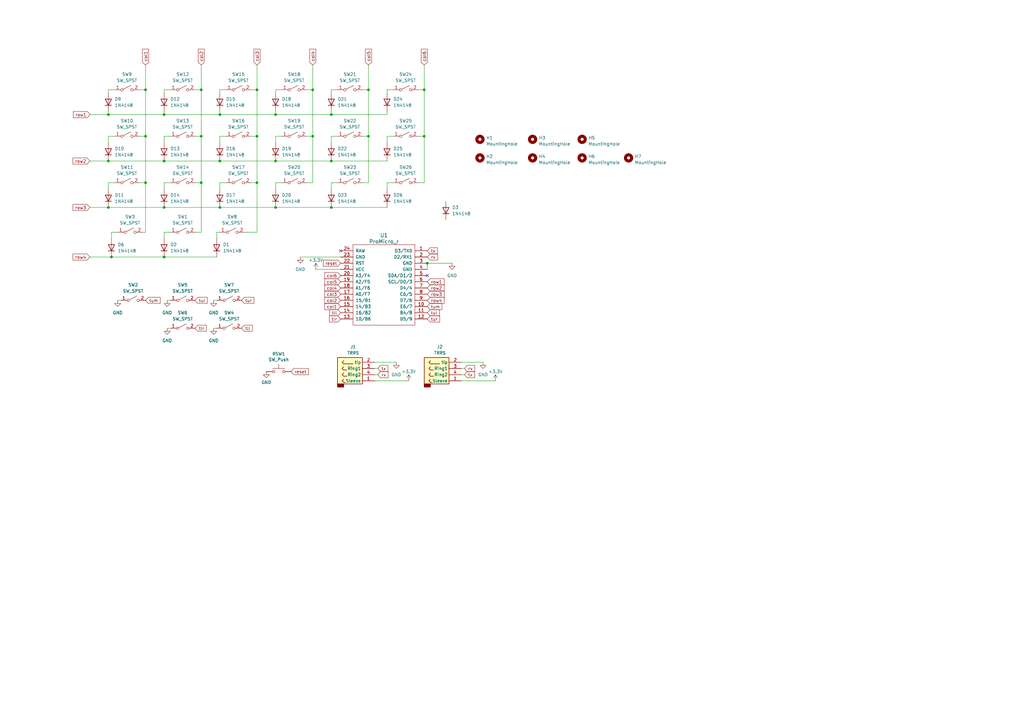
<source format=kicad_sch>
(kicad_sch (version 20230121) (generator eeschema)
  (paper "A3")
  (lib_symbols
    (symbol "Diode:1N4148" (pin_numbers hide) (pin_names hide)
      (property "Reference" "D" (at 0 2.54 0))
      (property "Value" "1N4148" (at 0 -2.54 0))
      (symbol "1N4148_0_1"
        (polyline (pts (xy -1.27 1.27) (xy -1.27 -1.27)) (stroke (width 0.254)))
        (polyline (pts (xy 1.27 0) (xy -1.27 0)))
        (polyline (pts (xy 1.27 1.27) (xy 1.27 -1.27) (xy -1.27 0) (xy 1.27 1.27)) (stroke (width 0.254)))
      )
      (symbol "1N4148_1_1"
        (pin passive line (at -3.81 0 0) (length 2.54) (name "K") (number "1"))
        (pin passive line (at 3.81 0 180) (length 2.54) (name "A") (number "2"))
      )
    )
    (symbol "Mechanical:MountingHole" (pin_names (offset 1.016))
      (property "Reference" "H" (at 0 5.08 0))
      (property "Value" "MountingHole" (at 0 3.175 0))
      (symbol "MountingHole_0_1"
        (circle (center 0 0) (radius 1.27) (stroke (width 1.27)))
      )
    )
    (symbol "Switch:SW_Push" (pin_numbers hide) (pin_names (offset 1.016) hide)
      (property "Reference" "SW" (at 1.27 2.54 0))
      (property "Value" "SW_Push" (at 0 -1.524 0))
      (symbol "SW_Push_0_1"
        (circle (center -2.032 0) (radius 0.508))
        (polyline (pts (xy 0 1.27) (xy 0 3.048)))
        (polyline (pts (xy 2.54 1.27) (xy -2.54 1.27)))
        (circle (center 2.032 0) (radius 0.508))
        (pin passive line (at -5.08 0 0) (length 2.54) (name "1") (number "1"))
        (pin passive line (at 5.08 0 180) (length 2.54) (name "2") (number "2"))
      )
    )
    (symbol "Switch:SW_SPST" (pin_names (offset 0) hide)
      (property "Reference" "SW" (at 0 3.175 0))
      (property "Value" "SW_SPST" (at 0 -2.54 0))
      (symbol "SW_SPST_0_0"
        (circle (center -2.032 0) (radius 0.508))
        (polyline (pts (xy -1.524 0.254) (xy 1.524 1.778)))
        (circle (center 2.032 0) (radius 0.508))
      )
      (symbol "SW_SPST_1_1"
        (pin passive line (at -5.08 0 0) (length 2.54) (name "A") (number "1"))
        (pin passive line (at 5.08 0 180) (length 2.54) (name "B") (number "2"))
      )
    )
    (symbol "hillside:ProMicro_r" (pin_names (offset 1.016))
      (property "Reference" "U" (at 1.27 22.86 0))
      (property "Value" "ProMicro_r" (at 1.27 -15.24 0))
      (symbol "ProMicro_r_0_1"
        (rectangle (start 13.97 20.32) (end -11.43 -12.7))
      )
      (symbol "ProMicro_r_1_1"
        (pin bidirectional line (at 19.05 17.78 180) (length 5.08) (name "D3/TX0") (number "1"))
        (pin bidirectional line (at 19.05 -5.08 180) (length 5.08) (name "E6/7") (number "10"))
        (pin bidirectional line (at 19.05 -7.62 180) (length 5.08) (name "B4/8") (number "11"))
        (pin bidirectional line (at 19.05 -10.16 180) (length 5.08) (name "B5/9") (number "12"))
        (pin bidirectional line (at -16.51 -10.16 0) (length 5.08) (name "10/B6") (number "13"))
        (pin bidirectional line (at -16.51 -7.62 0) (length 5.08) (name "16/B2") (number "14"))
        (pin bidirectional line (at -16.51 -5.08 0) (length 5.08) (name "14/B3") (number "15"))
        (pin bidirectional line (at -16.51 -2.54 0) (length 5.08) (name "15/B1") (number "16"))
        (pin bidirectional line (at -16.51 0 0) (length 5.08) (name "A0/F7") (number "17"))
        (pin bidirectional line (at -16.51 2.54 0) (length 5.08) (name "A1/F6") (number "18"))
        (pin bidirectional line (at -16.51 5.08 0) (length 5.08) (name "A2/F5") (number "19"))
        (pin bidirectional line (at 19.05 15.24 180) (length 5.08) (name "D2/RX1") (number "2"))
        (pin bidirectional line (at -16.51 7.62 0) (length 5.08) (name "A3/F4") (number "20"))
        (pin power_in line (at -16.51 10.16 0) (length 5.08) (name "VCC") (number "21"))
        (pin input line (at -16.51 12.7 0) (length 5.08) (name "RST") (number "22"))
        (pin power_in line (at -16.51 15.24 0) (length 5.08) (name "GND") (number "23"))
        (pin power_out line (at -16.51 17.78 0) (length 5.08) (name "RAW") (number "24"))
        (pin power_in line (at 19.05 12.7 180) (length 5.08) (name "GND") (number "3"))
        (pin power_in line (at 19.05 10.16 180) (length 5.08) (name "GND") (number "4"))
        (pin bidirectional line (at 19.05 7.62 180) (length 5.08) (name "SDA/D1/2") (number "5"))
        (pin bidirectional line (at 19.05 5.08 180) (length 5.08) (name "SCL/D0/3") (number "6"))
        (pin bidirectional line (at 19.05 2.54 180) (length 5.08) (name "D4/4") (number "7"))
        (pin bidirectional line (at 19.05 0 180) (length 5.08) (name "C6/5") (number "8"))
        (pin bidirectional line (at 19.05 -2.54 180) (length 5.08) (name "D7/6") (number "9"))
      )
    )
    (symbol "hillside:TRRS"
      (property "Reference" "J" (at 7.62 5.715 0))
      (property "Value" "TRRS" (at 6.985 -7.62 0))
      (symbol "TRRS_0_1"
        (polyline (pts (xy 6.35 1.905) (xy 10.16 1.905) (xy 10.795 2.54) (xy 10.16 3.175)) (stroke (width 0.254)))
        (polyline (pts (xy 8.89 -0.635) (xy 10.16 -0.635) (xy 10.795 0) (xy 10.16 0.635)) (stroke (width 0.254)))
        (polyline (pts (xy 10.16 -4.445) (xy 10.795 -5.08) (xy 10.16 -5.715) (xy 9.525 -5.715)) (stroke (width 0.254)))
        (polyline (pts (xy 10.16 -1.905) (xy 10.795 -2.54) (xy 10.16 -3.175) (xy 8.89 -3.175)) (stroke (width 0.254)))
        (rectangle (start 12.7 -7.62) (end 10.16 -6.35) (stroke (width 0.254)) (fill (type outline)))
        (rectangle (start 12.7 -6.35) (end 2.54 4.445) (stroke (width 0.254)) (fill (type background)))
      )
      (symbol "TRRS_1_1"
        (pin passive line (at -2.54 -5.08 0) (length 5.08) (name "Sleeve") (number "1"))
        (pin passive line (at -2.54 2.54 0) (length 5.08) (name "tip") (number "2"))
        (pin passive line (at -2.54 0 0) (length 5.08) (name "Ring1") (number "3"))
        (pin passive line (at -2.54 -2.54 0) (length 5.08) (name "Ring2") (number "4"))
      )
    )
    (symbol "power:+3.3V" (power) (pin_names (offset 0))
      (property "Value" "+3.3V" (at 0 3.556 0))
      (symbol "+3.3V_0_1"
        (polyline (pts (xy -0.762 1.27) (xy 0 2.54)))
        (polyline (pts (xy 0 0) (xy 0 2.54)))
        (polyline (pts (xy 0 2.54) (xy 0.762 1.27)))
      )
      (symbol "+3.3V_1_1"
        (pin power_in line (at 0 0 90) (length 0) hide (name "+3.3V") (number "1"))
      )
    )
    (symbol "power:GND" (power) (pin_names (offset 0))
      (property "Value" "GND" (at 0 -3.81 0))
      (symbol "GND_0_1"
        (polyline (pts (xy 0 0) (xy 0 -1.27) (xy 1.27 -1.27) (xy 0 -2.54) (xy -1.27 -1.27) (xy 0 -1.27)))
      )
      (symbol "GND_1_1"
        (pin power_in line (at 0 0 270) (length 0) hide (name "GND") (number "1"))
      )
    )
  )
  (junction (at 45.72 105.41))
  (junction (at 135.89 66.04))
  (junction (at 105.41 55.88))
  (junction (at 105.41 36.83))
  (junction (at 82.55 74.93))
  (junction (at 135.89 85.09))
  (junction (at 82.55 55.88))
  (junction (at 90.17 85.09))
  (junction (at 67.31 105.41))
  (junction (at 59.69 55.88))
  (junction (at 151.13 55.88))
  (junction (at 173.99 55.88))
  (junction (at 90.17 66.04))
  (junction (at 67.31 66.04))
  (junction (at 67.31 46.99))
  (junction (at 59.69 74.93))
  (junction (at 128.27 55.88))
  (junction (at 82.55 36.83))
  (junction (at 151.13 36.83))
  (junction (at 128.27 36.83))
  (junction (at 59.69 36.83))
  (junction (at 173.99 36.83))
  (junction (at 44.45 46.99))
  (junction (at 67.31 85.09))
  (junction (at 90.17 46.99))
  (junction (at 113.03 85.09))
  (junction (at 135.89 46.99))
  (junction (at 113.03 66.04))
  (junction (at 105.41 74.93))
  (junction (at 113.03 46.99))
  (junction (at 175.26 107.95))
  (junction (at 44.45 66.04))
  (junction (at 44.45 85.09))
  (no_connect (at 139.7 102.87))
  (no_connect (at 175.26 113.03))
  (wire (pts (xy 92.71 74.93) (xy 90.17 74.93)))
  (wire (pts (xy 151.13 74.93) (xy 148.59 74.93)))
  (wire (pts (xy 67.31 45.72) (xy 67.31 46.99)))
  (wire (pts (xy 113.03 85.09) (xy 135.89 85.09)))
  (wire (pts (xy 44.45 74.93) (xy 46.99 74.93)))
  (wire (pts (xy 59.69 26.67) (xy 59.69 36.83)))
  (wire (pts (xy 173.99 55.88) (xy 173.99 74.93)))
  (wire (pts (xy 135.89 55.88) (xy 135.89 58.42)))
  (wire (pts (xy 59.69 74.93) (xy 59.69 95.25)))
  (wire (pts (xy 189.23 156.21) (xy 203.2 156.21)))
  (wire (pts (xy 44.45 66.04) (xy 67.31 66.04)))
  (wire (pts (xy 88.9 95.25) (xy 90.17 95.25)))
  (wire (pts (xy 135.89 45.72) (xy 135.89 46.99)))
  (wire (pts (xy 158.75 55.88) (xy 158.75 58.42)))
  (wire (pts (xy 67.31 95.25) (xy 69.85 95.25)))
  (wire (pts (xy 113.03 74.93) (xy 113.03 77.47)))
  (wire (pts (xy 128.27 26.67) (xy 128.27 36.83)))
  (wire (pts (xy 175.26 107.95) (xy 175.26 110.49)))
  (wire (pts (xy 151.13 36.83) (xy 148.59 36.83)))
  (wire (pts (xy 100.33 95.25) (xy 105.41 95.25)))
  (wire (pts (xy 59.69 36.83) (xy 59.69 55.88)))
  (wire (pts (xy 154.94 151.13) (xy 153.67 151.13)))
  (wire (pts (xy 153.67 156.21) (xy 167.64 156.21)))
  (wire (pts (xy 82.55 55.88) (xy 80.01 55.88)))
  (wire (pts (xy 115.57 74.93) (xy 113.03 74.93)))
  (wire (pts (xy 36.83 105.41) (xy 45.72 105.41)))
  (wire (pts (xy 129.54 110.49) (xy 139.7 110.49)))
  (wire (pts (xy 105.41 36.83) (xy 105.41 55.88)))
  (wire (pts (xy 46.99 36.83) (xy 44.45 36.83)))
  (wire (pts (xy 173.99 36.83) (xy 171.45 36.83)))
  (wire (pts (xy 190.5 151.13) (xy 189.23 151.13)))
  (wire (pts (xy 68.58 134.62) (xy 69.85 134.62)))
  (wire (pts (xy 158.75 36.83) (xy 158.75 38.1)))
  (wire (pts (xy 189.23 153.67) (xy 190.5 153.67)))
  (wire (pts (xy 45.72 105.41) (xy 67.31 105.41)))
  (wire (pts (xy 45.72 95.25) (xy 48.26 95.25)))
  (wire (pts (xy 59.69 95.25) (xy 58.42 95.25)))
  (wire (pts (xy 189.23 148.59) (xy 198.12 148.59)))
  (wire (pts (xy 67.31 46.99) (xy 90.17 46.99)))
  (wire (pts (xy 175.26 107.95) (xy 185.42 107.95)))
  (wire (pts (xy 59.69 74.93) (xy 57.15 74.93)))
  (wire (pts (xy 161.29 36.83) (xy 158.75 36.83)))
  (wire (pts (xy 135.89 36.83) (xy 135.89 38.1)))
  (wire (pts (xy 115.57 55.88) (xy 113.03 55.88)))
  (wire (pts (xy 44.45 77.47) (xy 44.45 74.93)))
  (wire (pts (xy 173.99 26.67) (xy 173.99 36.83)))
  (wire (pts (xy 68.58 123.19) (xy 69.85 123.19)))
  (wire (pts (xy 158.75 45.72) (xy 158.75 46.99)))
  (wire (pts (xy 151.13 55.88) (xy 151.13 74.93)))
  (wire (pts (xy 105.41 74.93) (xy 105.41 95.25)))
  (wire (pts (xy 82.55 36.83) (xy 82.55 55.88)))
  (wire (pts (xy 151.13 36.83) (xy 151.13 55.88)))
  (wire (pts (xy 44.45 55.88) (xy 44.45 58.42)))
  (wire (pts (xy 113.03 66.04) (xy 135.89 66.04)))
  (wire (pts (xy 36.83 85.09) (xy 44.45 85.09)))
  (wire (pts (xy 44.45 85.09) (xy 67.31 85.09)))
  (wire (pts (xy 82.55 74.93) (xy 82.55 95.25)))
  (wire (pts (xy 67.31 74.93) (xy 67.31 77.47)))
  (wire (pts (xy 67.31 95.25) (xy 67.31 97.79)))
  (wire (pts (xy 158.75 74.93) (xy 158.75 77.47)))
  (wire (pts (xy 128.27 36.83) (xy 125.73 36.83)))
  (wire (pts (xy 113.03 36.83) (xy 113.03 38.1)))
  (wire (pts (xy 151.13 26.67) (xy 151.13 36.83)))
  (wire (pts (xy 105.41 26.67) (xy 105.41 36.83)))
  (wire (pts (xy 173.99 74.93) (xy 171.45 74.93)))
  (wire (pts (xy 82.55 26.67) (xy 82.55 36.83)))
  (wire (pts (xy 128.27 36.83) (xy 128.27 55.88)))
  (wire (pts (xy 138.43 36.83) (xy 135.89 36.83)))
  (wire (pts (xy 69.85 36.83) (xy 67.31 36.83)))
  (wire (pts (xy 36.83 66.04) (xy 44.45 66.04)))
  (wire (pts (xy 138.43 55.88) (xy 135.89 55.88)))
  (wire (pts (xy 90.17 45.72) (xy 90.17 46.99)))
  (wire (pts (xy 59.69 55.88) (xy 57.15 55.88)))
  (wire (pts (xy 105.41 36.83) (xy 102.87 36.83)))
  (wire (pts (xy 45.72 95.25) (xy 45.72 97.79)))
  (wire (pts (xy 90.17 66.04) (xy 113.03 66.04)))
  (wire (pts (xy 173.99 36.83) (xy 173.99 55.88)))
  (wire (pts (xy 46.99 55.88) (xy 44.45 55.88)))
  (wire (pts (xy 44.45 46.99) (xy 67.31 46.99)))
  (wire (pts (xy 82.55 55.88) (xy 82.55 74.93)))
  (wire (pts (xy 67.31 66.04) (xy 90.17 66.04)))
  (wire (pts (xy 123.19 105.41) (xy 139.7 105.41)))
  (wire (pts (xy 87.63 123.19) (xy 88.9 123.19)))
  (wire (pts (xy 92.71 55.88) (xy 90.17 55.88)))
  (wire (pts (xy 48.26 123.19) (xy 49.53 123.19)))
  (wire (pts (xy 88.9 97.79) (xy 88.9 95.25)))
  (wire (pts (xy 59.69 36.83) (xy 57.15 36.83)))
  (wire (pts (xy 113.03 55.88) (xy 113.03 58.42)))
  (wire (pts (xy 115.57 36.83) (xy 113.03 36.83)))
  (wire (pts (xy 161.29 55.88) (xy 158.75 55.88)))
  (wire (pts (xy 105.41 55.88) (xy 102.87 55.88)))
  (wire (pts (xy 138.43 74.93) (xy 135.89 74.93)))
  (wire (pts (xy 90.17 85.09) (xy 113.03 85.09)))
  (wire (pts (xy 67.31 105.41) (xy 88.9 105.41)))
  (wire (pts (xy 87.63 134.62) (xy 88.9 134.62)))
  (wire (pts (xy 135.89 46.99) (xy 158.75 46.99)))
  (wire (pts (xy 135.89 85.09) (xy 158.75 85.09)))
  (wire (pts (xy 128.27 55.88) (xy 128.27 74.93)))
  (wire (pts (xy 92.71 36.83) (xy 90.17 36.83)))
  (wire (pts (xy 113.03 45.72) (xy 113.03 46.99)))
  (wire (pts (xy 135.89 66.04) (xy 158.75 66.04)))
  (wire (pts (xy 90.17 46.99) (xy 113.03 46.99)))
  (wire (pts (xy 80.01 95.25) (xy 82.55 95.25)))
  (wire (pts (xy 82.55 36.83) (xy 80.01 36.83)))
  (wire (pts (xy 135.89 74.93) (xy 135.89 77.47)))
  (wire (pts (xy 67.31 85.09) (xy 90.17 85.09)))
  (wire (pts (xy 161.29 74.93) (xy 158.75 74.93)))
  (wire (pts (xy 173.99 55.88) (xy 171.45 55.88)))
  (wire (pts (xy 151.13 55.88) (xy 148.59 55.88)))
  (wire (pts (xy 128.27 74.93) (xy 125.73 74.93)))
  (wire (pts (xy 128.27 55.88) (xy 125.73 55.88)))
  (wire (pts (xy 113.03 46.99) (xy 135.89 46.99)))
  (wire (pts (xy 69.85 55.88) (xy 67.31 55.88)))
  (wire (pts (xy 44.45 36.83) (xy 44.45 38.1)))
  (wire (pts (xy 90.17 36.83) (xy 90.17 38.1)))
  (wire (pts (xy 36.83 46.99) (xy 44.45 46.99)))
  (wire (pts (xy 105.41 55.88) (xy 105.41 74.93)))
  (wire (pts (xy 90.17 55.88) (xy 90.17 58.42)))
  (wire (pts (xy 153.67 153.67) (xy 154.94 153.67)))
  (wire (pts (xy 105.41 74.93) (xy 102.87 74.93)))
  (wire (pts (xy 153.67 148.59) (xy 162.56 148.59)))
  (wire (pts (xy 44.45 45.72) (xy 44.45 46.99)))
  (wire (pts (xy 69.85 74.93) (xy 67.31 74.93)))
  (wire (pts (xy 82.55 74.93) (xy 80.01 74.93)))
  (wire (pts (xy 67.31 55.88) (xy 67.31 58.42)))
  (wire (pts (xy 59.69 55.88) (xy 59.69 74.93)))
  (wire (pts (xy 90.17 74.93) (xy 90.17 77.47)))
  (wire (pts (xy 67.31 36.83) (xy 67.31 38.1)))
  (global_label "col2" (shape input) (at 82.55 26.67 90) (property "Intersheetrefs" "${INTERSHEET_REFS}" (effects hide)))
  (global_label "row2" (shape input) (at 36.83 66.04 180) (property "Intersheetrefs" "${INTERSHEET_REFS}" (effects hide)))
  (global_label "rx" (shape input) (at 154.94 153.67 0) (property "Intersheetrefs" "${INTERSHEET_REFS}" (effects hide)))
  (global_label "tlr" (shape input) (at 80.01 134.62 0) (property "Intersheetrefs" "${INTERSHEET_REFS}" (effects hide)))
  (global_label "row3" (shape input) (at 36.83 85.09 180) (property "Intersheetrefs" "${INTERSHEET_REFS}" (effects hide)))
  (global_label "row3" (shape input) (at 175.26 120.65 0) (property "Intersheetrefs" "${INTERSHEET_REFS}" (effects hide)))
  (global_label "rx" (shape input) (at 190.5 151.13 0) (property "Intersheetrefs" "${INTERSHEET_REFS}" (effects hide)))
  (global_label "col4" (shape input) (at 139.7 118.11 180) (property "Intersheetrefs" "${INTERSHEET_REFS}" (effects hide)))
  (global_label "col2" (shape input) (at 139.7 123.19 180) (property "Intersheetrefs" "${INTERSHEET_REFS}" (effects hide)))
  (global_label "col3" (shape input) (at 139.7 120.65 180) (property "Intersheetrefs" "${INTERSHEET_REFS}" (effects hide)))
  (global_label "tum" (shape input) (at 175.26 125.73 0) (property "Intersheetrefs" "${INTERSHEET_REFS}" (effects hide)))
  (global_label "row1" (shape input) (at 36.957 46.99 180) (property "Intersheetrefs" "${INTERSHEET_REFS}" (effects hide)))
  (global_label "tum" (shape input) (at 59.69 123.19 0) (property "Intersheetrefs" "${INTERSHEET_REFS}" (effects hide)))
  (global_label "row4" (shape input) (at 175.26 123.19 0) (property "Intersheetrefs" "${INTERSHEET_REFS}" (effects hide)))
  (global_label "col1" (shape input) (at 59.69 26.67 90) (property "Intersheetrefs" "${INTERSHEET_REFS}" (effects hide)))
  (global_label "tx" (shape input) (at 190.5 153.67 0) (property "Intersheetrefs" "${INTERSHEET_REFS}" (effects hide)))
  (global_label "rx" (shape input) (at 175.26 105.41 0) (property "Intersheetrefs" "${INTERSHEET_REFS}" (effects hide)))
  (global_label "tlr" (shape input) (at 139.7 130.81 180) (property "Intersheetrefs" "${INTERSHEET_REFS}" (effects hide)))
  (global_label "row1" (shape input) (at 175.26 115.57 0) (property "Intersheetrefs" "${INTERSHEET_REFS}" (effects hide)))
  (global_label "col5" (shape input) (at 139.7 115.57 180) (property "Intersheetrefs" "${INTERSHEET_REFS}" (effects hide)))
  (global_label "tul" (shape input) (at 175.26 128.27 0) (property "Intersheetrefs" "${INTERSHEET_REFS}" (effects hide)))
  (global_label "tx" (shape input) (at 175.26 102.87 0) (property "Intersheetrefs" "${INTERSHEET_REFS}" (effects hide)))
  (global_label "col3" (shape input) (at 105.41 26.67 90) (property "Intersheetrefs" "${INTERSHEET_REFS}" (effects hide)))
  (global_label "col4" (shape input) (at 128.27 26.67 90) (property "Intersheetrefs" "${INTERSHEET_REFS}" (effects hide)))
  (global_label "tll" (shape input) (at 139.7 128.27 180) (property "Intersheetrefs" "${INTERSHEET_REFS}" (effects hide)))
  (global_label "col1" (shape input) (at 139.7 125.73 180) (property "Intersheetrefs" "${INTERSHEET_REFS}" (effects hide)))
  (global_label "row4" (shape input) (at 36.83 105.41 180) (property "Intersheetrefs" "${INTERSHEET_REFS}" (effects hide)))
  (global_label "tul" (shape input) (at 80.01 123.19 0) (property "Intersheetrefs" "${INTERSHEET_REFS}" (effects hide)))
  (global_label "col6" (shape input) (at 173.99 26.67 90) (property "Intersheetrefs" "${INTERSHEET_REFS}" (effects hide)))
  (global_label "row2" (shape input) (at 175.26 118.11 0) (property "Intersheetrefs" "${INTERSHEET_REFS}" (effects hide)))
  (global_label "reset" (shape input) (at 119.38 152.4 0) (property "Intersheetrefs" "${INTERSHEET_REFS}" (effects hide)))
  (global_label "tx" (shape input) (at 154.94 151.13 0) (property "Intersheetrefs" "${INTERSHEET_REFS}" (effects hide)))
  (global_label "tur" (shape input) (at 175.26 130.81 0) (property "Intersheetrefs" "${INTERSHEET_REFS}" (effects hide)))
  (global_label "col6" (shape input) (at 139.7 113.03 180) (property "Intersheetrefs" "${INTERSHEET_REFS}" (effects hide)))
  (global_label "reset" (shape input) (at 139.7 107.95 180) (property "Intersheetrefs" "${INTERSHEET_REFS}" (effects hide)))
  (global_label "tll" (shape input) (at 99.06 134.62 0) (property "Intersheetrefs" "${INTERSHEET_REFS}" (effects hide)))
  (global_label "tur" (shape input) (at 99.06 123.19 0) (property "Intersheetrefs" "${INTERSHEET_REFS}" (effects hide)))
  (global_label "col5" (shape input) (at 151.13 26.67 90) (property "Intersheetrefs" "${INTERSHEET_REFS}" (effects hide)))
  (symbol (lib_id "power:+3.3V") (at 167.64 156.21 0) (unit 1)
    (property "Reference" "#PWR04" (effects hide))
    (property "Value" "+3.3V" (at 167.64 152.4 0))
  )
  (symbol (lib_id "power:GND") (at 48.26 123.19 0) (unit 1)
    (property "Reference" "#PWR010" (effects hide))
    (property "Value" "GND" (at 48.26 128.27 0))
  )
  (symbol (lib_id "Diode:1N4148") (at 67.31 101.6 90) (unit 1)
    (property "Reference" "D2" (at 69.85 100.3299 90) (effects (justify right)))
    (property "Value" "1N4148" (at 69.85 102.8699 90) (effects (justify right)))
    (property "Footprint" "various:double_sided_hybrid_sod123_tht" (effects hide))
    (property "Datasheet" "https://assets.nexperia.com/documents/data-sheet/1N4148_1N4448.pdf" (effects hide))
  )
  (symbol (lib_id "Diode:1N4148") (at 158.75 81.28 90) (unit 1)
    (property "Reference" "D26" (at 161.29 80.0099 90) (effects (justify right)))
    (property "Value" "1N4148" (at 161.29 82.5499 90) (effects (justify right)))
    (property "Footprint" "various:double_sided_hybrid_sod123_tht" (effects hide))
    (property "Datasheet" "https://assets.nexperia.com/documents/data-sheet/1N4148_1N4448.pdf" (effects hide))
  )
  (symbol (lib_id "power:+3.3V") (at 203.2 156.21 0) (unit 1)
    (property "Reference" "#PWR012" (effects hide))
    (property "Value" "+3.3V" (at 203.2 152.4 0))
  )
  (symbol (lib_id "Diode:1N4148") (at 44.45 41.91 90) (unit 1)
    (property "Reference" "D9" (at 46.99 40.6399 90) (effects (justify right)))
    (property "Value" "1N4148" (at 46.99 43.1799 90) (effects (justify right)))
    (property "Footprint" "various:double_sided_hybrid_sod123_tht" (effects hide))
    (property "Datasheet" "https://assets.nexperia.com/documents/data-sheet/1N4148_1N4448.pdf" (effects hide))
  )
  (symbol (lib_id "Switch:SW_SPST") (at 74.93 74.93 0) (unit 1)
    (property "Reference" "SW14" (at 74.93 68.58 0))
    (property "Value" "SW_SPST" (at 74.93 71.12 0))
    (property "Footprint" "keyswitches:Kailh_socket_PG1350_reversible" (effects hide))
  )
  (symbol (lib_id "Switch:SW_SPST") (at 97.79 36.83 0) (unit 1)
    (property "Reference" "SW15" (at 97.79 30.48 0))
    (property "Value" "SW_SPST" (at 97.79 33.02 0))
    (property "Footprint" "keyswitches:Kailh_socket_PG1350_reversible" (effects hide))
  )
  (symbol (lib_id "Diode:1N4148") (at 113.03 62.23 90) (unit 1)
    (property "Reference" "D19" (at 115.57 60.9599 90) (effects (justify right)))
    (property "Value" "1N4148" (at 115.57 63.4999 90) (effects (justify right)))
    (property "Footprint" "various:double_sided_hybrid_sod123_tht" (effects hide))
    (property "Datasheet" "https://assets.nexperia.com/documents/data-sheet/1N4148_1N4448.pdf" (effects hide))
  )
  (symbol (lib_id "Switch:SW_SPST") (at 120.65 74.93 0) (unit 1)
    (property "Reference" "SW20" (at 120.65 68.58 0))
    (property "Value" "SW_SPST" (at 120.65 71.12 0))
    (property "Footprint" "keyswitches:Kailh_socket_PG1350_reversible" (effects hide))
  )
  (symbol (lib_id "Switch:SW_SPST") (at 74.93 123.19 0) (unit 1)
    (property "Reference" "SW5" (at 74.93 116.84 0))
    (property "Value" "SW_SPST" (at 74.93 119.38 0))
    (property "Footprint" "keyswitches:Kailh_socket_PG1350_reversible" (effects hide))
  )
  (symbol (lib_id "power:GND") (at 87.63 134.62 0) (unit 1)
    (property "Reference" "#PWR05" (effects hide))
    (property "Value" "GND" (at 87.63 139.7 0))
  )
  (symbol (lib_id "Diode:1N4148") (at 158.75 62.23 90) (unit 1)
    (property "Reference" "D25" (at 161.29 60.9599 90) (effects (justify right)))
    (property "Value" "1N4148" (at 161.29 63.4999 90) (effects (justify right)))
    (property "Footprint" "various:double_sided_hybrid_sod123_tht" (effects hide))
    (property "Datasheet" "https://assets.nexperia.com/documents/data-sheet/1N4148_1N4448.pdf" (effects hide))
  )
  (symbol (lib_id "Mechanical:MountingHole") (at 196.85 64.77 0) (unit 1)
    (property "Reference" "H2" (at 199.39 64.135 0) (effects (justify left)))
    (property "Value" "MountingHole" (at 199.39 66.675 0) (effects (justify left)))
    (property "Footprint" "MountingHole:MountingHole_2.2mm_M2" (effects hide))
  )
  (symbol (lib_id "Diode:1N4148") (at 135.89 62.23 90) (unit 1)
    (property "Reference" "D22" (at 138.43 60.9599 90) (effects (justify right)))
    (property "Value" "1N4148" (at 138.43 63.4999 90) (effects (justify right)))
    (property "Footprint" "various:double_sided_hybrid_sod123_tht" (effects hide))
    (property "Datasheet" "https://assets.nexperia.com/documents/data-sheet/1N4148_1N4448.pdf" (effects hide))
  )
  (symbol (lib_id "Switch:SW_SPST") (at 143.51 36.83 0) (unit 1)
    (property "Reference" "SW21" (at 143.51 30.48 0))
    (property "Value" "SW_SPST" (at 143.51 33.02 0))
    (property "Footprint" "keyswitches:Kailh_socket_PG1350_reversible" (effects hide))
  )
  (symbol (lib_id "power:GND") (at 123.19 105.41 0) (unit 1)
    (property "Reference" "#PWR02" (effects hide))
    (property "Value" "GND" (at 123.19 110.49 0))
  )
  (symbol (lib_id "Diode:1N4148") (at 67.31 62.23 90) (unit 1)
    (property "Reference" "D13" (at 69.85 60.9599 90) (effects (justify right)))
    (property "Value" "1N4148" (at 69.85 63.4999 90) (effects (justify right)))
    (property "Footprint" "various:double_sided_hybrid_sod123_tht" (effects hide))
    (property "Datasheet" "https://assets.nexperia.com/documents/data-sheet/1N4148_1N4448.pdf" (effects hide))
  )
  (symbol (lib_id "Diode:1N4148") (at 44.45 62.23 90) (unit 1)
    (property "Reference" "D10" (at 46.99 60.9599 90) (effects (justify right)))
    (property "Value" "1N4148" (at 46.99 63.4999 90) (effects (justify right)))
    (property "Footprint" "various:double_sided_hybrid_sod123_tht" (effects hide))
    (property "Datasheet" "https://assets.nexperia.com/documents/data-sheet/1N4148_1N4448.pdf" (effects hide))
  )
  (symbol (lib_id "Switch:SW_SPST") (at 166.37 74.93 0) (unit 1)
    (property "Reference" "SW26" (at 166.37 68.58 0))
    (property "Value" "SW_SPST" (at 166.37 71.12 0))
    (property "Footprint" "keyswitches:Kailh_socket_PG1350_reversible" (effects hide))
  )
  (symbol (lib_id "Diode:1N4148") (at 113.03 81.28 90) (unit 1)
    (property "Reference" "D20" (at 115.57 80.0099 90) (effects (justify right)))
    (property "Value" "1N4148" (at 115.57 82.5499 90) (effects (justify right)))
    (property "Footprint" "various:double_sided_hybrid_sod123_tht" (effects hide))
    (property "Datasheet" "https://assets.nexperia.com/documents/data-sheet/1N4148_1N4448.pdf" (effects hide))
  )
  (symbol (lib_id "Switch:SW_SPST") (at 53.34 95.25 0) (unit 1)
    (property "Reference" "SW3" (at 53.34 88.9 0))
    (property "Value" "SW_SPST" (at 53.34 91.44 0))
    (property "Footprint" "keyswitches:Kailh_socket_PG1350_reversible" (effects hide))
  )
  (symbol (lib_id "Switch:SW_SPST") (at 52.07 36.83 0) (unit 1)
    (property "Reference" "SW9" (at 52.07 30.48 0))
    (property "Value" "SW_SPST" (at 52.07 33.02 0))
    (property "Footprint" "keyswitches:Kailh_socket_PG1350_reversible" (effects hide))
  )
  (symbol (lib_id "Diode:1N4148") (at 45.72 101.6 90) (unit 1)
    (property "Reference" "D6" (at 48.26 100.3299 90) (effects (justify right)))
    (property "Value" "1N4148" (at 48.26 102.8699 90) (effects (justify right)))
    (property "Footprint" "various:double_sided_hybrid_sod123_tht" (effects hide))
    (property "Datasheet" "https://assets.nexperia.com/documents/data-sheet/1N4148_1N4448.pdf" (effects hide))
  )
  (symbol (lib_id "Mechanical:MountingHole") (at 238.76 57.15 0) (unit 1)
    (property "Reference" "H5" (at 241.3 56.515 0) (effects (justify left)))
    (property "Value" "MountingHole" (at 241.3 59.055 0) (effects (justify left)))
    (property "Footprint" "MountingHole:MountingHole_2.2mm_M2" (effects hide))
  )
  (symbol (lib_id "power:GND") (at 68.58 123.19 0) (unit 1)
    (property "Reference" "#PWR08" (effects hide))
    (property "Value" "GND" (at 68.58 128.27 0))
  )
  (symbol (lib_id "Diode:1N4148") (at 44.45 81.28 90) (unit 1)
    (property "Reference" "D11" (at 46.99 80.0099 90) (effects (justify right)))
    (property "Value" "1N4148" (at 46.99 82.5499 90) (effects (justify right)))
    (property "Footprint" "various:double_sided_hybrid_sod123_tht" (effects hide))
    (property "Datasheet" "https://assets.nexperia.com/documents/data-sheet/1N4148_1N4448.pdf" (effects hide))
  )
  (symbol (lib_id "Switch:SW_SPST") (at 54.61 123.19 0) (unit 1)
    (property "Reference" "SW2" (at 54.61 116.84 0))
    (property "Value" "SW_SPST" (at 54.61 119.38 0))
    (property "Footprint" "keyswitches:Kailh_socket_PG1350_reversible" (effects hide))
  )
  (symbol (lib_id "Switch:SW_SPST") (at 74.93 55.88 0) (unit 1)
    (property "Reference" "SW13" (at 74.93 49.53 0))
    (property "Value" "SW_SPST" (at 74.93 52.07 0))
    (property "Footprint" "keyswitches:Kailh_socket_PG1350_reversible" (effects hide))
  )
  (symbol (lib_id "Diode:1N4148") (at 182.88 86.36 90) (unit 1)
    (property "Reference" "D3" (at 185.42 85.0899 90) (effects (justify right)))
    (property "Value" "1N4148" (at 185.42 87.6299 90) (effects (justify right)))
    (property "Footprint" "various:double_sided_hybrid_sod123_tht" (effects hide))
    (property "Datasheet" "https://assets.nexperia.com/documents/data-sheet/1N4148_1N4448.pdf" (effects hide))
  )
  (symbol (lib_id "hillside:ProMicro_r") (at 156.21 120.65 0) (unit 1)
    (property "Reference" "U1" (at 157.48 96.52 0) (effects (font (size 1.524 1.524))))
    (property "Value" "ProMicro_r" (at 157.48 99.06 0) (effects (font (size 1.524 1.524))))
    (property "Footprint" "hillside:ProMicro_v2" (effects hide))
  )
  (symbol (lib_id "Mechanical:MountingHole") (at 218.44 57.15 0) (unit 1)
    (property "Reference" "H3" (at 220.98 56.515 0) (effects (justify left)))
    (property "Value" "MountingHole" (at 220.98 59.055 0) (effects (justify left)))
    (property "Footprint" "MountingHole:MountingHole_2.2mm_M2" (effects hide))
  )
  (symbol (lib_id "Switch:SW_SPST") (at 120.65 36.83 0) (unit 1)
    (property "Reference" "SW18" (at 120.65 30.48 0))
    (property "Value" "SW_SPST" (at 120.65 33.02 0))
    (property "Footprint" "keyswitches:Kailh_socket_PG1350_reversible" (effects hide))
  )
  (symbol (lib_id "Switch:SW_SPST") (at 52.07 55.88 0) (unit 1)
    (property "Reference" "SW10" (at 52.07 49.53 0))
    (property "Value" "SW_SPST" (at 52.07 52.07 0))
    (property "Footprint" "keyswitches:Kailh_socket_PG1350_reversible" (effects hide))
  )
  (symbol (lib_id "Switch:SW_SPST") (at 52.07 74.93 0) (unit 1)
    (property "Reference" "SW11" (at 52.07 68.58 0))
    (property "Value" "SW_SPST" (at 52.07 71.12 0))
    (property "Footprint" "keyswitches:Kailh_socket_PG1350_reversible" (effects hide))
  )
  (symbol (lib_id "Switch:SW_Push") (at 114.3 152.4 0) (unit 1)
    (property "Reference" "RSW1" (at 114.3 145.161 0))
    (property "Value" "SW_Push" (at 114.3 147.4724 0))
    (property "Footprint" "various:SW_SKHLLCA010" (effects hide))
  )
  (symbol (lib_id "hillside:TRRS") (at 186.69 151.13 0) (mirror y) (unit 1)
    (property "Reference" "J2" (at 181.61 142.24 0) (effects (justify left)))
    (property "Value" "TRRS" (at 182.88 144.78 0) (effects (justify left)))
    (property "Footprint" "Keebio-Parts:TRRS-PJ-320A" (effects hide))
  )
  (symbol (lib_id "Mechanical:MountingHole") (at 257.81 64.77 0) (unit 1)
    (property "Reference" "H7" (at 260.35 64.135 0) (effects (justify left)))
    (property "Value" "MountingHole" (at 260.35 66.675 0) (effects (justify left)))
    (property "Footprint" "MountingHole:MountingHole_2.2mm_M2" (effects hide))
  )
  (symbol (lib_id "Switch:SW_SPST") (at 166.37 36.83 0) (unit 1)
    (property "Reference" "SW24" (at 166.37 30.48 0))
    (property "Value" "SW_SPST" (at 166.37 33.02 0))
    (property "Footprint" "keyswitches:Kailh_socket_PG1350_reversible" (effects hide))
  )
  (symbol (lib_id "Switch:SW_SPST") (at 143.51 74.93 0) (unit 1)
    (property "Reference" "SW23" (at 143.51 68.58 0))
    (property "Value" "SW_SPST" (at 143.51 71.12 0))
    (property "Footprint" "keyswitches:Kailh_socket_PG1350_reversible" (effects hide))
  )
  (symbol (lib_id "Switch:SW_SPST") (at 97.79 55.88 0) (unit 1)
    (property "Reference" "SW16" (at 97.79 49.53 0))
    (property "Value" "SW_SPST" (at 97.79 52.07 0))
    (property "Footprint" "keyswitches:Kailh_socket_PG1350_reversible" (effects hide))
  )
  (symbol (lib_id "Switch:SW_SPST") (at 93.98 134.62 0) (unit 1)
    (property "Reference" "SW4" (at 93.98 128.27 0))
    (property "Value" "SW_SPST" (at 93.98 130.81 0))
    (property "Footprint" "keyswitches:Kailh_socket_PG1350_reversible" (effects hide))
  )
  (symbol (lib_id "Switch:SW_SPST") (at 97.79 74.93 0) (unit 1)
    (property "Reference" "SW17" (at 97.79 68.58 0))
    (property "Value" "SW_SPST" (at 97.79 71.12 0))
    (property "Footprint" "keyswitches:Kailh_socket_PG1350_reversible" (effects hide))
  )
  (symbol (lib_id "Diode:1N4148") (at 158.75 41.91 90) (unit 1)
    (property "Reference" "D24" (at 161.29 40.6399 90) (effects (justify right)))
    (property "Value" "1N4148" (at 161.29 43.1799 90) (effects (justify right)))
    (property "Footprint" "various:double_sided_hybrid_sod123_tht" (effects hide))
    (property "Datasheet" "https://assets.nexperia.com/documents/data-sheet/1N4148_1N4448.pdf" (effects hide))
  )
  (symbol (lib_id "power:GND") (at 198.12 148.59 0) (mirror y) (unit 1)
    (property "Reference" "#PWR011" (effects hide))
    (property "Value" "GND" (at 198.12 153.67 0))
  )
  (symbol (lib_id "power:GND") (at 185.42 107.95 0) (unit 1)
    (property "Reference" "#PWR01" (effects hide))
    (property "Value" "GND" (at 185.42 113.03 0))
  )
  (symbol (lib_id "Switch:SW_SPST") (at 74.93 95.25 0) (unit 1)
    (property "Reference" "SW1" (at 74.93 88.9 0))
    (property "Value" "SW_SPST" (at 74.93 91.44 0))
    (property "Footprint" "keyswitches:Kailh_socket_PG1350_reversible" (effects hide))
  )
  (symbol (lib_id "Switch:SW_SPST") (at 143.51 55.88 0) (unit 1)
    (property "Reference" "SW22" (at 143.51 49.53 0))
    (property "Value" "SW_SPST" (at 143.51 52.07 0))
    (property "Footprint" "keyswitches:Kailh_socket_PG1350_reversible" (effects hide))
  )
  (symbol (lib_id "Switch:SW_SPST") (at 120.65 55.88 0) (unit 1)
    (property "Reference" "SW19" (at 120.65 49.53 0))
    (property "Value" "SW_SPST" (at 120.65 52.07 0))
    (property "Footprint" "keyswitches:Kailh_socket_PG1350_reversible" (effects hide))
  )
  (symbol (lib_id "power:GND") (at 109.22 152.4 0) (unit 1)
    (property "Reference" "#PWR07" (effects hide))
    (property "Value" "GND" (at 109.22 156.8434 0))
  )
  (symbol (lib_id "Switch:SW_SPST") (at 74.93 36.83 0) (unit 1)
    (property "Reference" "SW12" (at 74.93 30.48 0))
    (property "Value" "SW_SPST" (at 74.93 33.02 0))
    (property "Footprint" "keyswitches:Kailh_socket_PG1350_reversible" (effects hide))
  )
  (symbol (lib_id "power:GND") (at 68.58 134.62 0) (unit 1)
    (property "Reference" "#PWR09" (effects hide))
    (property "Value" "GND" (at 68.58 139.7 0))
  )
  (symbol (lib_id "power:GND") (at 87.63 123.19 0) (unit 1)
    (property "Reference" "#PWR06" (effects hide))
    (property "Value" "GND" (at 87.63 128.27 0))
  )
  (symbol (lib_id "Diode:1N4148") (at 90.17 41.91 90) (unit 1)
    (property "Reference" "D15" (at 92.71 40.6399 90) (effects (justify right)))
    (property "Value" "1N4148" (at 92.71 43.1799 90) (effects (justify right)))
    (property "Footprint" "various:double_sided_hybrid_sod123_tht" (effects hide))
    (property "Datasheet" "https://assets.nexperia.com/documents/data-sheet/1N4148_1N4448.pdf" (effects hide))
  )
  (symbol (lib_id "Mechanical:MountingHole") (at 238.76 64.77 0) (unit 1)
    (property "Reference" "H6" (at 241.3 64.135 0) (effects (justify left)))
    (property "Value" "MountingHole" (at 241.3 66.675 0) (effects (justify left)))
    (property "Footprint" "MountingHole:MountingHole_2.2mm_M2" (effects hide))
  )
  (symbol (lib_id "Mechanical:MountingHole") (at 196.85 57.15 0) (unit 1)
    (property "Reference" "H1" (at 199.39 56.515 0) (effects (justify left)))
    (property "Value" "MountingHole" (at 199.39 59.055 0) (effects (justify left)))
    (property "Footprint" "MountingHole:MountingHole_2.2mm_M2" (effects hide))
  )
  (symbol (lib_id "hillside:TRRS") (at 151.13 151.13 0) (mirror y) (unit 1)
    (property "Reference" "J1" (at 146.05 142.24 0) (effects (justify left)))
    (property "Value" "TRRS" (at 147.32 144.78 0) (effects (justify left)))
    (property "Footprint" "Keebio-Parts:TRRS-PJ-320A" (effects hide))
  )
  (symbol (lib_id "Switch:SW_SPST") (at 95.25 95.25 0) (unit 1)
    (property "Reference" "SW8" (at 95.25 88.9 0))
    (property "Value" "SW_SPST" (at 95.25 91.44 0))
    (property "Footprint" "keyswitches:Kailh_socket_PG1350_reversible" (effects hide))
  )
  (symbol (lib_id "Diode:1N4148") (at 90.17 81.28 90) (unit 1)
    (property "Reference" "D17" (at 92.71 80.0099 90) (effects (justify right)))
    (property "Value" "1N4148" (at 92.71 82.5499 90) (effects (justify right)))
    (property "Footprint" "various:double_sided_hybrid_sod123_tht" (effects hide))
    (property "Datasheet" "https://assets.nexperia.com/documents/data-sheet/1N4148_1N4448.pdf" (effects hide))
  )
  (symbol (lib_id "Diode:1N4148") (at 135.89 81.28 90) (unit 1)
    (property "Reference" "D23" (at 138.43 80.0099 90) (effects (justify right)))
    (property "Value" "1N4148" (at 138.43 82.5499 90) (effects (justify right)))
    (property "Footprint" "various:double_sided_hybrid_sod123_tht" (effects hide))
    (property "Datasheet" "https://assets.nexperia.com/documents/data-sheet/1N4148_1N4448.pdf" (effects hide))
  )
  (symbol (lib_id "power:+3.3V") (at 129.54 110.49 0) (unit 1)
    (property "Reference" "#PWR03" (effects hide))
    (property "Value" "+3.3V" (at 129.54 106.68 0))
  )
  (symbol (lib_id "Diode:1N4148") (at 67.31 41.91 90) (unit 1)
    (property "Reference" "D12" (at 69.85 40.6399 90) (effects (justify right)))
    (property "Value" "1N4148" (at 69.85 43.1799 90) (effects (justify right)))
    (property "Footprint" "various:double_sided_hybrid_sod123_tht" (effects hide))
    (property "Datasheet" "https://assets.nexperia.com/documents/data-sheet/1N4148_1N4448.pdf" (effects hide))
  )
  (symbol (lib_id "Diode:1N4148") (at 88.9 101.6 90) (unit 1)
    (property "Reference" "D1" (at 91.44 100.3299 90) (effects (justify right)))
    (property "Value" "1N4148" (at 91.44 102.8699 90) (effects (justify right)))
    (property "Footprint" "various:double_sided_hybrid_sod123_tht" (effects hide))
    (property "Datasheet" "https://assets.nexperia.com/documents/data-sheet/1N4148_1N4448.pdf" (effects hide))
  )
  (symbol (lib_id "Diode:1N4148") (at 67.31 81.28 90) (unit 1)
    (property "Reference" "D14" (at 69.85 80.0099 90) (effects (justify right)))
    (property "Value" "1N4148" (at 69.85 82.5499 90) (effects (justify right)))
    (property "Footprint" "various:double_sided_hybrid_sod123_tht" (effects hide))
    (property "Datasheet" "https://assets.nexperia.com/documents/data-sheet/1N4148_1N4448.pdf" (effects hide))
  )
  (symbol (lib_id "power:GND") (at 162.56 148.59 0) (mirror y) (unit 1)
    (property "Reference" "#PWR0104" (effects hide))
    (property "Value" "GND" (at 162.56 153.67 0))
  )
  (symbol (lib_id "Switch:SW_SPST") (at 166.37 55.88 0) (unit 1)
    (property "Reference" "SW25" (at 166.37 49.53 0))
    (property "Value" "SW_SPST" (at 166.37 52.07 0))
    (property "Footprint" "keyswitches:Kailh_socket_PG1350_reversible" (effects hide))
  )
  (symbol (lib_id "Switch:SW_SPST") (at 93.98 123.19 0) (unit 1)
    (property "Reference" "SW7" (at 93.98 116.84 0))
    (property "Value" "SW_SPST" (at 93.98 119.38 0))
    (property "Footprint" "keyswitches:Kailh_socket_PG1350_reversible" (effects hide))
  )
  (symbol (lib_id "Switch:SW_SPST") (at 74.93 134.62 0) (unit 1)
    (property "Reference" "SW6" (at 74.93 128.27 0))
    (property "Value" "SW_SPST" (at 74.93 130.81 0))
    (property "Footprint" "keyswitches:Kailh_socket_PG1350_reversible" (effects hide))
  )
  (symbol (lib_id "Diode:1N4148") (at 113.03 41.91 90) (unit 1)
    (property "Reference" "D18" (at 115.57 40.6399 90) (effects (justify right)))
    (property "Value" "1N4148" (at 115.57 43.1799 90) (effects (justify right)))
    (property "Footprint" "various:double_sided_hybrid_sod123_tht" (effects hide))
    (property "Datasheet" "https://assets.nexperia.com/documents/data-sheet/1N4148_1N4448.pdf" (effects hide))
  )
  (symbol (lib_id "Diode:1N4148") (at 90.17 62.23 90) (unit 1)
    (property "Reference" "D16" (at 92.71 60.9599 90) (effects (justify right)))
    (property "Value" "1N4148" (at 92.71 63.4999 90) (effects (justify right)))
    (property "Footprint" "various:double_sided_hybrid_sod123_tht" (effects hide))
    (property "Datasheet" "https://assets.nexperia.com/documents/data-sheet/1N4148_1N4448.pdf" (effects hide))
  )
  (symbol (lib_id "Diode:1N4148") (at 135.89 41.91 90) (unit 1)
    (property "Reference" "D21" (at 138.43 40.6399 90) (effects (justify right)))
    (property "Value" "1N4148" (at 138.43 43.1799 90) (effects (justify right)))
    (property "Footprint" "various:double_sided_hybrid_sod123_tht" (effects hide))
    (property "Datasheet" "https://assets.nexperia.com/documents/data-sheet/1N4148_1N4448.pdf" (effects hide))
  )
  (symbol (lib_id "Mechanical:MountingHole") (at 218.44 64.77 0) (unit 1)
    (property "Reference" "H4" (at 220.98 64.135 0) (effects (justify left)))
    (property "Value" "MountingHole" (at 220.98 66.675 0) (effects (justify left)))
    (property "Footprint" "MountingHole:MountingHole_2.2mm_M2" (effects hide))
  )
)
</source>
